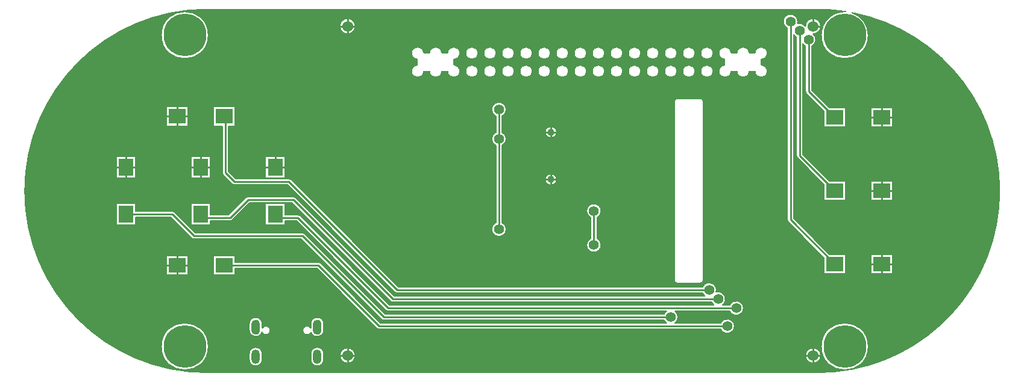
<source format=gbr>
G04 DesignSpark PCB Gerber Version 11.0 Build 5877*
G04 #@! TF.Part,Single*
G04 #@! TF.FileFunction,Copper,L1,Top*
G04 #@! TF.FilePolarity,Positive*
%FSLAX35Y35*%
%MOIN*%
G04 #@! TA.AperFunction,ComponentPad*
%ADD101O,0.04724X0.07874*%
%ADD100O,0.04724X0.08268*%
G04 #@! TA.AperFunction,SMDPad,CuDef*
%ADD99R,0.08268X0.09449*%
G04 #@! TD.AperFunction*
%ADD83C,0.00100*%
%ADD82C,0.00500*%
%ADD11C,0.01000*%
G04 #@! TA.AperFunction,WasherPad*
%ADD97C,0.03937*%
G04 #@! TA.AperFunction,ViaPad*
%ADD96C,0.05591*%
G04 #@! TA.AperFunction,ComponentPad*
%ADD17C,0.06000*%
G04 #@! TA.AperFunction,WasherPad*
%ADD15C,0.23622*%
G04 #@! TA.AperFunction,SMDPad,CuDef*
%ADD98R,0.09449X0.08268*%
G04 #@! TD.AperFunction*
X0Y0D02*
D02*
D11*
X60366Y121992D02*
X58366D01*
X64000Y96008D02*
X89492D01*
X101500Y84000D01*
X161500D01*
X206500Y39000D01*
X365250D01*
X64000Y117768D02*
Y115768D01*
Y126217D02*
Y128217D01*
X67634Y121992D02*
X69634D01*
X88033Y67750D02*
X86033D01*
X88033Y150250D02*
X86033D01*
X92258Y64116D02*
Y62116D01*
Y71384D02*
Y73384D01*
Y146616D02*
Y144616D01*
Y153884D02*
Y155884D01*
X96482Y67750D02*
X98482D01*
X96482Y150250D02*
X98482D01*
X101616Y121992D02*
X99616D01*
X105250Y117768D02*
Y115768D01*
Y126217D02*
Y128217D01*
X108884Y121992D02*
X110884D01*
X142866D02*
X140866D01*
X146500Y126217D02*
Y128217D01*
X150134Y121992D02*
X152134D01*
X184000Y17715D02*
X182000D01*
X184000Y200215D02*
X182000D01*
X186500Y15215D02*
Y13215D01*
Y20215D02*
Y22215D01*
Y197715D02*
Y195715D01*
Y202715D02*
Y204715D01*
X189000Y17715D02*
X191000D01*
X189000Y200215D02*
X191000D01*
X270250Y137750D02*
Y87750D01*
Y137750D02*
Y154000D01*
X297531Y115250D02*
X295531D01*
X297531Y141500D02*
X295531D01*
X299000Y113781D02*
Y111781D01*
Y116719D02*
Y118719D01*
Y140031D02*
Y138031D01*
Y142969D02*
Y144969D01*
X300469Y115250D02*
X302469D01*
X300469Y141500D02*
X302469D01*
X322750Y97750D02*
Y79000D01*
X386500Y54000D02*
X214000D01*
X154000Y114000D01*
X124000D01*
X119000Y119000D01*
Y149492D01*
X118242Y150250D01*
X391500Y49000D02*
X211500D01*
X156500Y104000D01*
X131500D01*
X121500Y94000D01*
X107258D01*
X105250Y96008D01*
X396500Y34000D02*
X204000D01*
X170250Y67750D01*
X118242D01*
X401500Y44000D02*
X209000D01*
X159000Y94000D01*
X146500D01*
Y96008D01*
X431500Y202750D02*
Y92891D01*
X456008Y68383D01*
X436500Y197750D02*
Y128490D01*
X456008Y108982D01*
X441500Y17715D02*
X439500D01*
X441500Y192750D02*
Y164115D01*
X456008Y149607D01*
X444000Y15215D02*
Y13215D01*
Y20215D02*
Y22215D01*
Y202715D02*
Y204715D01*
X446500Y17715D02*
X448500D01*
X446500Y200215D02*
X448500D01*
X477768Y68383D02*
X475768D01*
X477768Y108982D02*
X475768D01*
X477768Y149607D02*
X475768D01*
X481992Y64749D02*
Y62748D01*
Y72017D02*
Y74016D01*
Y105348D02*
Y103348D01*
Y112616D02*
Y114616D01*
Y145973D02*
Y143972D01*
Y153241D02*
Y155240D01*
X486217Y68383D02*
X488217D01*
X486217Y108982D02*
X488217D01*
X486217Y149607D02*
X488217D01*
D02*
D15*
X96500Y22750D03*
Y195250D03*
X461500Y22750D03*
Y195250D03*
D02*
D17*
X186500Y17715D03*
Y200215D03*
X444000Y17715D03*
Y200215D03*
D02*
D82*
X108626Y209512D02*
G75*
G03*
Y8350I0J-100581D01*
G01*
X446500D01*
G75*
G03*
X465356Y207729I0J100581D01*
G01*
G75*
G02*
X474561Y195250I-3856J-12479D01*
G01*
G75*
G02*
X448439I-13061J0D01*
G01*
G75*
G02*
X462081Y208298I13061J0D01*
G01*
G75*
G03*
X446500Y209512I-15581J-99371D01*
G01*
X108626D01*
X476018Y73768D02*
X487967D01*
Y63000D01*
X476018D01*
Y73768D01*
Y114366D02*
X487967D01*
Y103598D01*
X476018D01*
Y114366D01*
Y154992D02*
X487967D01*
Y144224D01*
X476018D01*
Y154992D01*
X397853Y45750D02*
G75*
G02*
X405545Y44000I3647J-1750D01*
G01*
G75*
G02*
X397853Y42250I-4045J0D01*
G01*
X367659D01*
G75*
G02*
Y35750I-2409J-3250D01*
G01*
X392853D01*
G75*
G02*
X400545Y34000I3647J-1750D01*
G01*
G75*
G02*
X392853Y32250I-4045J0D01*
G01*
X204001D01*
G75*
G02*
X202763Y32763I-1J1750D01*
G01*
X169525Y66000D01*
X124217D01*
Y62366D01*
X112268D01*
Y73134D01*
X124217D01*
Y69500D01*
X170249D01*
G75*
G02*
X171487Y68987I1J-1750D01*
G01*
X204725Y35750D01*
X362841D01*
G75*
G02*
X361603Y37250I2409J3250D01*
G01*
X206501D01*
G75*
G02*
X205263Y37763I-1J1750D01*
G01*
X160775Y82250D01*
X101501D01*
G75*
G02*
X100263Y82763I-1J1750D01*
G01*
X88767Y94258D01*
X69384D01*
Y90033D01*
X58616D01*
Y101982D01*
X69384D01*
Y97758D01*
X89491D01*
G75*
G02*
X90730Y97245I1J-1750D01*
G01*
X102225Y85750D01*
X161499D01*
G75*
G02*
X162737Y85237I1J-1750D01*
G01*
X207225Y40750D01*
X361603D01*
G75*
G02*
X362841Y42250I3647J-1750D01*
G01*
X209001D01*
G75*
G02*
X207763Y42763I-1J1750D01*
G01*
X158275Y92250D01*
X151884D01*
Y90033D01*
X141116D01*
Y101982D01*
X151884D01*
Y95750D01*
X158999D01*
G75*
G02*
X160237Y95237I1J-1750D01*
G01*
X209725Y45750D01*
X389091D01*
G75*
G02*
X387853Y47250I2409J3250D01*
G01*
X211501D01*
G75*
G02*
X210263Y47763I-1J1750D01*
G01*
X155775Y102250D01*
X132225D01*
X122737Y92763D01*
G75*
G02*
X121499Y92250I-1237J1237D01*
G01*
X110634D01*
Y90033D01*
X99866D01*
Y101982D01*
X110634D01*
Y95750D01*
X120775D01*
X130263Y105237D01*
G75*
G02*
X131501Y105750I1237J-1237D01*
G01*
X156499D01*
G75*
G02*
X157737Y105237I1J-1750D01*
G01*
X212225Y50750D01*
X384091D01*
G75*
G02*
X382853Y52250I2409J3250D01*
G01*
X214001D01*
G75*
G02*
X212763Y52763I-1J1750D01*
G01*
X153275Y112250D01*
X124001D01*
G75*
G02*
X122763Y112763I-1J1750D01*
G01*
X117763Y117763D01*
G75*
G02*
X117250Y119000I1237J1237D01*
G01*
Y144866D01*
X112268D01*
Y155634D01*
X124217D01*
Y144866D01*
X120750D01*
Y119725D01*
X124725Y115750D01*
X153999D01*
G75*
G02*
X155237Y115237I1J-1750D01*
G01*
X214725Y55750D01*
X382853D01*
G75*
G02*
X390390Y52890I3647J-1750D01*
G01*
G75*
G02*
X393909Y45750I1110J-3890D01*
G01*
X397853D01*
X182250Y17715D02*
G75*
G02*
X190750I4250J0D01*
G01*
G75*
G02*
X182250I-4250J0D01*
G01*
X132110Y18681D02*
G75*
G02*
X139335I3612J0D01*
G01*
Y15531D01*
G75*
G02*
X132110I-3612J0D01*
G01*
Y18681D01*
X139335Y32919D02*
G75*
G02*
X143803Y31593I2037J-1326D01*
G01*
G75*
G02*
X139149Y30609I-2431J0D01*
G01*
G75*
G02*
X132110Y31752I-3426J1143D01*
G01*
Y35295D01*
G75*
G02*
X139335I3612J0D01*
G01*
Y32919D01*
X166165Y35295D02*
G75*
G02*
X173390I3612J0D01*
G01*
Y31752D01*
G75*
G02*
X166351Y30609I-3612J0D01*
G01*
G75*
G02*
X161697Y31593I-2223J984D01*
G01*
G75*
G02*
X166165Y32919I2431J0D01*
G01*
Y35295D01*
Y18681D02*
G75*
G02*
X173390I3612J0D01*
G01*
Y15531D01*
G75*
G02*
X166165I-3612J0D01*
G01*
Y18681D01*
X83439Y22750D02*
G75*
G02*
X109561I13061J0D01*
G01*
G75*
G02*
X83439I-13061J0D01*
G01*
X86283Y73134D02*
X98232D01*
Y62366D01*
X86283D01*
Y73134D01*
X141116Y127967D02*
X151884D01*
Y116018D01*
X141116D01*
Y127967D01*
X182250Y200215D02*
G75*
G02*
X190750I4250J0D01*
G01*
G75*
G02*
X182250I-4250J0D01*
G01*
X241838Y185394D02*
G75*
G02*
X248665Y185250I3412J-144D01*
G01*
G75*
G02*
X245394Y181838I-3415J0D01*
G01*
G75*
G02*
Y178662I-5145J-1588D01*
G01*
G75*
G02*
X248665Y175250I-144J-3412D01*
G01*
G75*
G02*
X241838Y175106I-3415J0D01*
G01*
G75*
G02*
X238662I-1588J5145D01*
G01*
G75*
G02*
X231838I-3412J144D01*
G01*
G75*
G02*
X228662I-1588J5145D01*
G01*
G75*
G02*
X221835Y175250I-3412J144D01*
G01*
G75*
G02*
X225106Y178662I3415J0D01*
G01*
G75*
G02*
Y181838I5144J1588D01*
G01*
G75*
G02*
X221835Y185250I144J3412D01*
G01*
G75*
G02*
X228662Y185394I3415J0D01*
G01*
G75*
G02*
X231838I1588J-5145D01*
G01*
G75*
G02*
X238662I3412J-144D01*
G01*
G75*
G02*
X241838I1588J-5145D01*
G01*
X251835Y175250D02*
G75*
G02*
X258665I3415J0D01*
G01*
G75*
G02*
X251835I-3415J0D01*
G01*
Y185250D02*
G75*
G02*
X258665I3415J0D01*
G01*
G75*
G02*
X251835I-3415J0D01*
G01*
X261835Y175250D02*
G75*
G02*
X268665I3415J0D01*
G01*
G75*
G02*
X261835I-3415J0D01*
G01*
X266205Y154000D02*
G75*
G02*
X274295I4045J0D01*
G01*
G75*
G02*
X272000Y150353I-4045J0D01*
G01*
Y141397D01*
G75*
G02*
Y134103I-1750J-3647D01*
G01*
Y91397D01*
G75*
G02*
X274295Y87750I-1750J-3647D01*
G01*
G75*
G02*
X266205I-4045J0D01*
G01*
G75*
G02*
X268500Y91397I4045J0D01*
G01*
Y134103D01*
G75*
G02*
Y141397I1750J3647D01*
G01*
Y150353D01*
G75*
G02*
X266205Y154000I1750J3647D01*
G01*
X261835Y185250D02*
G75*
G02*
X268665I3415J0D01*
G01*
G75*
G02*
X261835I-3415J0D01*
G01*
X271835Y175250D02*
G75*
G02*
X278665I3415J0D01*
G01*
G75*
G02*
X271835I-3415J0D01*
G01*
Y185250D02*
G75*
G02*
X278665I3415J0D01*
G01*
G75*
G02*
X271835I-3415J0D01*
G01*
X281835Y175250D02*
G75*
G02*
X288665I3415J0D01*
G01*
G75*
G02*
X281835I-3415J0D01*
G01*
Y185250D02*
G75*
G02*
X288665I3415J0D01*
G01*
G75*
G02*
X281835I-3415J0D01*
G01*
X291835Y175250D02*
G75*
G02*
X298665I3415J0D01*
G01*
G75*
G02*
X291835I-3415J0D01*
G01*
X295781Y115250D02*
G75*
G02*
X302219I3219J0D01*
G01*
G75*
G02*
X295781I-3219J0D01*
G01*
Y141500D02*
G75*
G02*
X302219I3219J0D01*
G01*
G75*
G02*
X295781I-3219J0D01*
G01*
X291835Y185250D02*
G75*
G02*
X298665I3415J0D01*
G01*
G75*
G02*
X291835I-3415J0D01*
G01*
X301835Y175250D02*
G75*
G02*
X308665I3415J0D01*
G01*
G75*
G02*
X301835I-3415J0D01*
G01*
Y185250D02*
G75*
G02*
X308665I3415J0D01*
G01*
G75*
G02*
X301835I-3415J0D01*
G01*
X311835Y175250D02*
G75*
G02*
X318665I3415J0D01*
G01*
G75*
G02*
X311835I-3415J0D01*
G01*
Y185250D02*
G75*
G02*
X318665I3415J0D01*
G01*
G75*
G02*
X311835I-3415J0D01*
G01*
X318705Y97750D02*
G75*
G02*
X326795I4045J0D01*
G01*
G75*
G02*
X324500Y94103I-4045J0D01*
G01*
Y82647D01*
G75*
G02*
X326795Y79000I-1750J-3647D01*
G01*
G75*
G02*
X318705I-4045J0D01*
G01*
G75*
G02*
X321000Y82647I4045J0D01*
G01*
Y94103D01*
G75*
G02*
X318705Y97750I1750J3647D01*
G01*
X321835Y175250D02*
G75*
G02*
X328665I3415J0D01*
G01*
G75*
G02*
X321835I-3415J0D01*
G01*
Y185250D02*
G75*
G02*
X328665I3415J0D01*
G01*
G75*
G02*
X321835I-3415J0D01*
G01*
X331835Y175250D02*
G75*
G02*
X338665I3415J0D01*
G01*
G75*
G02*
X331835I-3415J0D01*
G01*
Y185250D02*
G75*
G02*
X338665I3415J0D01*
G01*
G75*
G02*
X331835I-3415J0D01*
G01*
X341835Y175250D02*
G75*
G02*
X348665I3415J0D01*
G01*
G75*
G02*
X341835I-3415J0D01*
G01*
Y185250D02*
G75*
G02*
X348665I3415J0D01*
G01*
G75*
G02*
X341835I-3415J0D01*
G01*
X351835Y175250D02*
G75*
G02*
X358665I3415J0D01*
G01*
G75*
G02*
X351835I-3415J0D01*
G01*
Y185250D02*
G75*
G02*
X358665I3415J0D01*
G01*
G75*
G02*
X351835I-3415J0D01*
G01*
X361835Y175250D02*
G75*
G02*
X368665I3415J0D01*
G01*
G75*
G02*
X361835I-3415J0D01*
G01*
X381500Y160204D02*
G75*
G02*
X383350Y158354I0J-1850D01*
G01*
Y59634D01*
G75*
G02*
X381500Y57784I-1850J0D01*
G01*
X369004D01*
G75*
G02*
X367154Y59634I0J1850D01*
G01*
Y158354D01*
G75*
G02*
X369004Y160204I1850J0D01*
G01*
X381500D01*
X361835Y185250D02*
G75*
G02*
X368665I3415J0D01*
G01*
G75*
G02*
X361835I-3415J0D01*
G01*
X371835Y175250D02*
G75*
G02*
X378665I3415J0D01*
G01*
G75*
G02*
X371835I-3415J0D01*
G01*
Y185250D02*
G75*
G02*
X378665I3415J0D01*
G01*
G75*
G02*
X371835I-3415J0D01*
G01*
X381835Y175250D02*
G75*
G02*
X388665I3415J0D01*
G01*
G75*
G02*
X381835I-3415J0D01*
G01*
Y185250D02*
G75*
G02*
X388665I3415J0D01*
G01*
G75*
G02*
X381835I-3415J0D01*
G01*
X411838Y185394D02*
G75*
G02*
X418665Y185250I3412J-144D01*
G01*
G75*
G02*
X415394Y181838I-3415J0D01*
G01*
G75*
G02*
Y178662I-5145J-1588D01*
G01*
G75*
G02*
X418665Y175250I-144J-3412D01*
G01*
G75*
G02*
X411838Y175106I-3415J0D01*
G01*
G75*
G02*
X408662I-1588J5145D01*
G01*
G75*
G02*
X401838I-3412J144D01*
G01*
G75*
G02*
X398662I-1588J5145D01*
G01*
G75*
G02*
X391835Y175250I-3412J144D01*
G01*
G75*
G02*
X395106Y178662I3415J0D01*
G01*
G75*
G02*
Y181838I5144J1588D01*
G01*
G75*
G02*
X391835Y185250I144J3412D01*
G01*
G75*
G02*
X398662Y185394I3415J0D01*
G01*
G75*
G02*
X401838I1588J-5145D01*
G01*
G75*
G02*
X408662I3412J-144D01*
G01*
G75*
G02*
X411838I1588J-5145D01*
G01*
X453098Y154992D02*
X461982D01*
Y144224D01*
X450033D01*
Y153107D01*
X440263Y162878D01*
G75*
G02*
X439750Y164115I1237J1237D01*
G01*
Y189103D01*
G75*
G02*
X438250Y190341I1750J3647D01*
G01*
Y129215D01*
X453099Y114366D01*
X461982D01*
Y103598D01*
X450033D01*
Y112482D01*
X435263Y127253D01*
G75*
G02*
X434750Y128490I1237J1237D01*
G01*
Y194103D01*
G75*
G02*
X433250Y195341I1750J3647D01*
G01*
Y93615D01*
X453098Y73768D01*
X461982D01*
Y63000D01*
X450033D01*
Y71882D01*
X430263Y91653D01*
G75*
G02*
X429750Y92891I1237J1237D01*
G01*
Y199103D01*
G75*
G02*
X427455Y202750I1750J3647D01*
G01*
G75*
G02*
X435545I4045J0D01*
G01*
G75*
G02*
X435390Y201640I-4045J0D01*
G01*
G75*
G02*
X439750Y200158I1110J-3890D01*
G01*
G75*
G02*
X439750Y200215I4244J58D01*
G01*
G75*
G02*
X448250I4250J0D01*
G01*
G75*
G02*
X443956Y195965I-4250J0D01*
G01*
G75*
G02*
X443250Y189103I-2456J-3215D01*
G01*
Y164840D01*
X453098Y154992D01*
X439750Y17715D02*
G75*
G02*
X448250I4250J0D01*
G01*
G75*
G02*
X439750I-4250J0D01*
G01*
X448439Y22750D02*
G75*
G02*
X474561I13061J0D01*
G01*
G75*
G02*
X448439I-13061J0D01*
G01*
X58616Y127967D02*
X69384D01*
Y116018D01*
X58616D01*
Y127967D01*
X83439Y195250D02*
G75*
G02*
X109561I13061J0D01*
G01*
G75*
G02*
X83439I-13061J0D01*
G01*
X86283Y155634D02*
X98232D01*
Y144866D01*
X86283D01*
Y155634D01*
X99866Y127967D02*
X110634D01*
Y116018D01*
X99866D01*
Y127967D01*
X84449Y17715D02*
G36*
X84449Y17715D02*
X66246D01*
G75*
G03*
X101539Y8600I42381J91220D01*
G01*
X453587D01*
G75*
G03*
X488880Y17715I-7088J100334D01*
G01*
X473551D01*
G75*
G02*
X449449I-12051J5035D01*
G01*
X448250D01*
G75*
G02*
X439750I-4250J0D01*
G01*
X190750D01*
G75*
G02*
X182250I-4250J0D01*
G01*
X173390D01*
Y15531D01*
G75*
G02*
X166165I-3612J0D01*
G01*
Y17715D01*
X139335D01*
Y15531D01*
G75*
G02*
X132110I-3612J0D01*
G01*
Y17715D01*
X108551D01*
G75*
G02*
X84449I-12051J5035D01*
G01*
G37*
X42066Y33524D02*
G36*
X42066Y33524D02*
G75*
G03*
X66246Y17715I66563J75412D01*
G01*
X84449D01*
G75*
G02*
X83439Y22750I12052J5036D01*
G01*
G75*
G02*
X89116Y33524I13061J0D01*
G01*
X42066D01*
G37*
X109561Y22750D02*
G36*
X109561Y22750D02*
G75*
G02*
X108551Y17715I-13061J0D01*
G01*
X132110D01*
Y18681D01*
G75*
G02*
X139335I3612J0D01*
G01*
Y17715D01*
X166165D01*
Y18681D01*
G75*
G02*
X173390I3612J0D01*
G01*
Y17715D01*
X182250D01*
G75*
G02*
X190750I4250J0D01*
G01*
X439750D01*
G75*
G02*
X448250I4250J0D01*
G01*
X449449D01*
G75*
G02*
X448439Y22750I12052J5036D01*
G01*
G75*
G02*
X454116Y33524I13061J0D01*
G01*
X400517D01*
G75*
G02*
X392853Y32250I-4017J476D01*
G01*
X204001D01*
G75*
G02*
X202763Y32763I-1J1750D01*
G01*
X202002Y33524D01*
X173390D01*
Y31752D01*
G75*
G02*
X166351Y30609I-3612J0D01*
G01*
G75*
G02*
X161697Y31593I-2223J984D01*
G01*
G75*
G02*
X162650Y33524I2431J0D01*
G01*
X142850D01*
G75*
G02*
X143803Y31593I-1478J-1931D01*
G01*
G75*
G02*
X139149Y30609I-2431J0D01*
G01*
G75*
G02*
X132110Y31752I-3426J1143D01*
G01*
Y33524D01*
X103884D01*
G75*
G02*
X109561Y22750I-7384J-10774D01*
G01*
G37*
X139335Y33524D02*
G36*
X139335Y33524D02*
Y32919D01*
G75*
G02*
X139894Y33524I2037J-1326D01*
G01*
X139335D01*
G37*
X165606D02*
G36*
X165606Y33524D02*
G75*
G02*
X166165Y32919I-1478J-1930D01*
G01*
Y33524D01*
X165606D01*
G37*
X474561Y22750D02*
G36*
X474561Y22750D02*
G75*
G02*
X473551Y17715I-13061J0D01*
G01*
X488880D01*
G75*
G03*
X513060Y33524I-42383J91221D01*
G01*
X468884D01*
G75*
G02*
X474561Y22750I-7384J-10774D01*
G01*
G37*
X16580Y68384D02*
G36*
X16580Y68384D02*
G75*
G03*
X42066Y33524I92049J40550D01*
G01*
X89116D01*
G75*
G02*
X103884I7384J-10774D01*
G01*
X132110D01*
Y35295D01*
G75*
G02*
X139335I3612J0D01*
G01*
Y33524D01*
X139894D01*
G75*
G02*
X142850I1478J-1931D01*
G01*
X162650D01*
G75*
G02*
X165606I1478J-1931D01*
G01*
X166165D01*
Y35295D01*
G75*
G02*
X173390I3612J0D01*
G01*
Y33524D01*
X202002D01*
X169525Y66000D01*
X124217D01*
Y62366D01*
X112268D01*
Y68384D01*
X98232D01*
Y62366D01*
X86283D01*
Y68384D01*
X16580D01*
G37*
X174641D02*
G36*
X174641Y68384D02*
X172091D01*
X204725Y35750D01*
X362841D01*
G75*
G02*
X361603Y37250I2411J3252D01*
G01*
X206501D01*
G75*
G02*
X205263Y37763I-1J1750D01*
G01*
X174641Y68384D01*
G37*
X182141D02*
G36*
X182141Y68384D02*
X179591D01*
X207225Y40750D01*
X361603D01*
G75*
G02*
X362841Y42250I3650J-1752D01*
G01*
X209001D01*
G75*
G02*
X207763Y42763I-1J1750D01*
G01*
X182141Y68384D01*
G37*
X189641D02*
G36*
X189641Y68384D02*
X187091D01*
X209725Y45750D01*
X389091D01*
G75*
G02*
X387853Y47250I2411J3252D01*
G01*
X211501D01*
G75*
G02*
X210263Y47763I-1J1750D01*
G01*
X189641Y68384D01*
G37*
X197141D02*
G36*
X197141Y68384D02*
X194591D01*
X212225Y50750D01*
X384091D01*
G75*
G02*
X382853Y52250I2411J3252D01*
G01*
X214001D01*
G75*
G02*
X212763Y52763I-1J1750D01*
G01*
X197141Y68384D01*
G37*
X202091D02*
G36*
X202091Y68384D02*
X214725Y55750D01*
X382853D01*
G75*
G02*
X390545Y54000I3647J-1750D01*
G01*
G75*
G02*
X390390Y52890I-4046J0D01*
G01*
G75*
G02*
X395545Y49000I1110J-3890D01*
G01*
G75*
G02*
X393909Y45750I-4045J0D01*
G01*
X397853D01*
G75*
G02*
X405545Y44000I3647J-1750D01*
G01*
G75*
G02*
X397853Y42250I-4045J0D01*
G01*
X367659D01*
G75*
G02*
X369295Y39000I-2409J-3250D01*
G01*
G75*
G02*
X367659Y35750I-4045J0D01*
G01*
X392853D01*
G75*
G02*
X400545Y34000I3647J-1750D01*
G01*
G75*
G02*
X400517Y33524I-4046J2D01*
G01*
X454116D01*
G75*
G02*
X468884I7384J-10774D01*
G01*
X513060D01*
G75*
G03*
X538546Y68384I-66563J75410D01*
G01*
X487967D01*
Y63000D01*
X476018D01*
Y68384D01*
X461982D01*
Y63000D01*
X450033D01*
Y68384D01*
X383350D01*
Y59634D01*
Y59633D01*
G75*
G02*
X381500Y57784I-1850J0D01*
G01*
X369004D01*
G75*
G02*
X367154Y59633I0J1850D01*
G01*
Y59634D01*
Y68384D01*
X202091D01*
G37*
X10168Y88375D02*
G36*
X10168Y88375D02*
G75*
G03*
X16580Y68384I98459J20557D01*
G01*
X86283D01*
Y73134D01*
X98232D01*
Y68384D01*
X112268D01*
Y73134D01*
X124217D01*
Y69500D01*
X170249D01*
G75*
G02*
X171487Y68987I1J-1750D01*
G01*
X172091Y68384D01*
X174641D01*
X160775Y82250D01*
X101501D01*
G75*
G02*
X100263Y82763I-1J1750D01*
G01*
X94650Y88375D01*
X10168D01*
G37*
X99600D02*
G36*
X99600Y88375D02*
X102225Y85750D01*
X161499D01*
G75*
G02*
X162737Y85237I1J-1750D01*
G01*
X179591Y68384D01*
X182141D01*
X162150Y88375D01*
X99600D01*
G37*
X169650D02*
G36*
X169650Y88375D02*
X167100D01*
X187091Y68384D01*
X189641D01*
X169650Y88375D01*
G37*
X177150D02*
G36*
X177150Y88375D02*
X174600D01*
X194591Y68384D01*
X197141D01*
X177150Y88375D01*
G37*
X182100D02*
G36*
X182100Y88375D02*
X202091Y68384D01*
X367154D01*
Y88375D01*
X324500D01*
Y82647D01*
G75*
G02*
X326795Y79000I-1750J-3647D01*
G01*
G75*
G02*
X318705I-4045J0D01*
G01*
G75*
G02*
X321000Y82647I4046J0D01*
G01*
Y88375D01*
X274247D01*
G75*
G02*
X274295Y87750I-3997J-624D01*
G01*
G75*
G02*
X266205I-4045J0D01*
G01*
G75*
G02*
X266253Y88375I4046J1D01*
G01*
X182100D01*
G37*
X383350D02*
G36*
X383350Y88375D02*
Y68384D01*
X450033D01*
Y71882D01*
X433541Y88375D01*
X383350D01*
G37*
X438491D02*
G36*
X438491Y88375D02*
X453098Y73768D01*
X461982D01*
Y68384D01*
X476018D01*
Y73768D01*
X487967D01*
Y68384D01*
X538546D01*
G75*
G03*
X544958Y88375I-92046J40548D01*
G01*
X438491D01*
G37*
X8295Y108982D02*
G36*
X8295Y108982D02*
Y101844D01*
G75*
G03*
X10168Y88375I100337J7087D01*
G01*
X94650D01*
X88767Y94258D01*
X69384D01*
Y90033D01*
X58616D01*
Y101982D01*
X69384D01*
Y97758D01*
X89491D01*
G75*
G02*
X90730Y97245I1J-1750D01*
G01*
X99600Y88375D01*
X162150D01*
X158275Y92250D01*
X151884D01*
Y90033D01*
X141116D01*
Y101982D01*
X151884D01*
Y95750D01*
X158999D01*
G75*
G02*
X160237Y95237I1J-1750D01*
G01*
X167100Y88375D01*
X169650D01*
X155775Y102250D01*
X132225D01*
X122737Y92763D01*
G75*
G02*
X121499Y92250I-1237J1237D01*
G01*
X110634D01*
Y90033D01*
X99866D01*
Y101982D01*
X110634D01*
Y95750D01*
X120775D01*
X130263Y105237D01*
G75*
G02*
X131501Y105750I1237J-1237D01*
G01*
X156499D01*
G75*
G02*
X157737Y105237I1J-1750D01*
G01*
X174600Y88375D01*
X177150D01*
X156543Y108982D01*
X8295D01*
G37*
X161493D02*
G36*
X161493Y108982D02*
X182100Y88375D01*
X266253D01*
G75*
G02*
X268500Y91397I3997J-625D01*
G01*
Y108982D01*
X161493D01*
G37*
X272000D02*
G36*
X272000Y108982D02*
Y91397D01*
G75*
G02*
X274247Y88375I-1750J-3648D01*
G01*
X321000D01*
Y94103D01*
G75*
G02*
X318705Y97750I1750J3647D01*
G01*
G75*
G02*
X326795I4045J0D01*
G01*
G75*
G02*
X324500Y94103I-4046J0D01*
G01*
Y88375D01*
X367154D01*
Y108982D01*
X272000D01*
G37*
X383350D02*
G36*
X383350Y108982D02*
Y88375D01*
X433541D01*
X430263Y91653D01*
G75*
G02*
X429750Y92890I1235J1237D01*
G01*
G75*
G02*
Y92891I2051J0D01*
G01*
Y108982D01*
X383350D01*
G37*
X433250D02*
G36*
X433250Y108982D02*
Y93615D01*
X438491Y88375D01*
X544958D01*
G75*
G03*
X546831Y101844I-98465J20556D01*
G01*
Y108982D01*
X487967D01*
Y103598D01*
X476018D01*
Y108982D01*
X461982D01*
Y103598D01*
X450033D01*
Y108982D01*
X433250D01*
G37*
X8295Y115250D02*
G36*
X8295Y115250D02*
Y108982D01*
X156543D01*
X153275Y112250D01*
X124001D01*
G75*
G02*
X122763Y112763I-1J1750D01*
G01*
X120275Y115250D01*
X8295D01*
G37*
X155225D02*
G36*
X155225Y115250D02*
G75*
G02*
X155237Y115237I-1226J-1238D01*
G01*
X161493Y108982D01*
X268500D01*
Y115250D01*
X155225D01*
G37*
X272000D02*
G36*
X272000Y115250D02*
Y108982D01*
X367154D01*
Y115250D01*
X302219D01*
G75*
G02*
X295781I-3219J0D01*
G01*
X272000D01*
G37*
X383350D02*
G36*
X383350Y115250D02*
Y108982D01*
X429750D01*
Y115250D01*
X383350D01*
G37*
X433250D02*
G36*
X433250Y115250D02*
Y108982D01*
X450033D01*
Y112482D01*
X447265Y115250D01*
X433250D01*
G37*
X452215D02*
G36*
X452215Y115250D02*
X453099Y114366D01*
X461982D01*
Y108982D01*
X476018D01*
Y114366D01*
X487967D01*
Y108982D01*
X546831D01*
Y115250D01*
X452215D01*
G37*
X8295Y116018D02*
G36*
X8295Y116018D02*
Y115250D01*
X120275D01*
X117763Y117763D01*
G75*
G02*
X117250Y118999I1235J1237D01*
G01*
G75*
G02*
Y119000I2051J0D01*
G01*
Y121992D01*
X110634D01*
Y116018D01*
X99866D01*
Y121992D01*
X69384D01*
Y116018D01*
X58616D01*
Y121992D01*
X8896D01*
G75*
G03*
X8295Y116018I99753J-13062D01*
G01*
G37*
X120750Y121992D02*
G36*
X120750Y121992D02*
Y119725D01*
X124725Y115750D01*
X153999D01*
G75*
G02*
X155225Y115250I1J-1750D01*
G01*
X268500D01*
Y121992D01*
X151884D01*
Y116018D01*
X141116D01*
Y121992D01*
X120750D01*
G37*
X272000D02*
G36*
X272000Y121992D02*
Y115250D01*
X295781D01*
G75*
G02*
X302219I3219J0D01*
G01*
X367154D01*
Y121992D01*
X272000D01*
G37*
X383350D02*
G36*
X383350Y121992D02*
Y115250D01*
X429750D01*
Y121992D01*
X383350D01*
G37*
X433250D02*
G36*
X433250Y121992D02*
Y115250D01*
X447265D01*
X440523Y121992D01*
X433250D01*
G37*
X445473D02*
G36*
X445473Y121992D02*
X452215Y115250D01*
X546831D01*
Y116019D01*
G75*
G03*
X546230Y121992I-100348J-7089D01*
G01*
X445473D01*
G37*
X13464Y141500D02*
G36*
X13464Y141500D02*
G75*
G03*
X8896Y121992I95163J-32569D01*
G01*
X58616D01*
Y127967D01*
X69384D01*
Y121992D01*
X99866D01*
Y127967D01*
X110634D01*
Y121992D01*
X117250D01*
Y141500D01*
X13464D01*
G37*
X120750D02*
G36*
X120750Y141500D02*
Y121992D01*
X141116D01*
Y127967D01*
X151884D01*
Y121992D01*
X268500D01*
Y134103D01*
G75*
G02*
X266205Y137750I1750J3647D01*
G01*
G75*
G02*
X268500Y141397I4045J0D01*
G01*
Y141500D01*
X120750D01*
G37*
X272000Y134103D02*
G36*
X272000Y134103D02*
Y121992D01*
X367154D01*
Y141500D01*
X302219D01*
G75*
G02*
X295781I-3219J0D01*
G01*
X272000D01*
Y141397D01*
G75*
G02*
X274295Y137750I-1750J-3647D01*
G01*
G75*
G02*
X272000Y134103I-4045J0D01*
G01*
G37*
X383350Y141500D02*
G36*
X383350Y141500D02*
Y121992D01*
X429750D01*
Y141500D01*
X383350D01*
G37*
X433250D02*
G36*
X433250Y141500D02*
Y121992D01*
X440523D01*
X435263Y127253D01*
G75*
G02*
X434750Y128489I1235J1237D01*
G01*
G75*
G02*
Y128490I2051J0D01*
G01*
Y141500D01*
X433250D01*
G37*
X438250D02*
G36*
X438250Y141500D02*
Y129215D01*
X445473Y121992D01*
X546230D01*
G75*
G03*
X541662Y141500I-99730J-13061D01*
G01*
X438250D01*
G37*
X16637Y149608D02*
G36*
X16637Y149608D02*
G75*
G03*
X13464Y141500I91999J-40684D01*
G01*
X117250D01*
Y144866D01*
X112268D01*
Y149608D01*
X98232D01*
Y144866D01*
X86283D01*
Y149608D01*
X16637D01*
G37*
X120750Y144866D02*
G36*
X120750Y144866D02*
Y141500D01*
X268500D01*
Y149608D01*
X124217D01*
Y144866D01*
X120750D01*
G37*
X272000Y149608D02*
G36*
X272000Y149608D02*
Y141500D01*
X295781D01*
G75*
G02*
X302219I3219J0D01*
G01*
X367154D01*
Y149608D01*
X272000D01*
G37*
X383350D02*
G36*
X383350Y149608D02*
Y141500D01*
X429750D01*
Y149608D01*
X383350D01*
G37*
X433250D02*
G36*
X433250Y149608D02*
Y141500D01*
X434750D01*
Y149608D01*
X433250D01*
G37*
X438250D02*
G36*
X438250Y149608D02*
Y141500D01*
X541662D01*
G75*
G03*
X538489Y149608I-95172J-32576D01*
G01*
X487967D01*
Y144224D01*
X476018D01*
Y149608D01*
X461982D01*
Y144224D01*
X450033D01*
Y149608D01*
X438250D01*
G37*
X33006Y175250D02*
G36*
X33006Y175250D02*
G75*
G03*
X16637Y149608I75620J-66319D01*
G01*
X86283D01*
Y155634D01*
X98232D01*
Y149608D01*
X112268D01*
Y155634D01*
X124217D01*
Y149608D01*
X268500D01*
Y150353D01*
G75*
G02*
X266205Y154000I1750J3647D01*
G01*
G75*
G02*
X274295I4045J0D01*
G01*
G75*
G02*
X272000Y150353I-4046J0D01*
G01*
Y149608D01*
X367154D01*
Y158354D01*
Y158355D01*
G75*
G02*
X369004Y160204I1850J0D01*
G01*
X381500D01*
G75*
G02*
X383350Y158355I0J-1850D01*
G01*
Y158354D01*
Y149608D01*
X429750D01*
Y175250D01*
X418665D01*
G75*
G02*
X411838Y175106I-3415J0D01*
G01*
G75*
G02*
X408662I-1588J5146D01*
G01*
G75*
G02*
X401838I-3412J144D01*
G01*
G75*
G02*
X398662I-1588J5146D01*
G01*
G75*
G02*
X391835Y175250I-3412J144D01*
G01*
X388665D01*
G75*
G02*
X381835I-3415J0D01*
G01*
X378665D01*
G75*
G02*
X371835I-3415J0D01*
G01*
X368665D01*
G75*
G02*
X361835I-3415J0D01*
G01*
X358665D01*
G75*
G02*
X351835I-3415J0D01*
G01*
X348665D01*
G75*
G02*
X341835I-3415J0D01*
G01*
X338665D01*
G75*
G02*
X331835I-3415J0D01*
G01*
X328665D01*
G75*
G02*
X321835I-3415J0D01*
G01*
X318665D01*
G75*
G02*
X311835I-3415J0D01*
G01*
X308665D01*
G75*
G02*
X301835I-3415J0D01*
G01*
X298665D01*
G75*
G02*
X291835I-3415J0D01*
G01*
X288665D01*
G75*
G02*
X281835I-3415J0D01*
G01*
X278665D01*
G75*
G02*
X271835I-3415J0D01*
G01*
X268665D01*
G75*
G02*
X261835I-3415J0D01*
G01*
X258665D01*
G75*
G02*
X251835I-3415J0D01*
G01*
X248665D01*
G75*
G02*
X241838Y175106I-3415J0D01*
G01*
G75*
G02*
X238662I-1588J5146D01*
G01*
G75*
G02*
X231838I-3412J144D01*
G01*
G75*
G02*
X228662I-1588J5146D01*
G01*
G75*
G02*
X221835Y175250I-3412J144D01*
G01*
X33006D01*
G37*
X433250D02*
G36*
X433250Y175250D02*
Y149608D01*
X434750D01*
Y175250D01*
X433250D01*
G37*
X438250D02*
G36*
X438250Y175250D02*
Y149608D01*
X450033D01*
Y153107D01*
X440263Y162878D01*
G75*
G02*
X439750Y164114I1235J1237D01*
G01*
G75*
G02*
Y164115I2051J0D01*
G01*
Y175250D01*
X438250D01*
G37*
X443250D02*
G36*
X443250Y175250D02*
Y164840D01*
X453098Y154992D01*
X461982D01*
Y149608D01*
X476018D01*
Y154992D01*
X487967D01*
Y149608D01*
X538489D01*
G75*
G03*
X522120Y175250I-91993J-40679D01*
G01*
X443250D01*
G37*
X37702Y180250D02*
G36*
X37702Y180250D02*
G75*
G03*
X33006Y175250I70929J-71323D01*
G01*
X221835D01*
Y175250D01*
G75*
G02*
X225106Y178662I3415J0D01*
G01*
G75*
G02*
X224866Y180250I5146J1588D01*
G01*
X37702D01*
G37*
X245634D02*
G36*
X245634Y180250D02*
G75*
G02*
X245394Y178662I-5386J0D01*
G01*
G75*
G02*
X248665Y175250I-144J-3412D01*
G01*
Y175250D01*
X251835D01*
G75*
G02*
X258665I3415J0D01*
G01*
X261835D01*
G75*
G02*
X268665I3415J0D01*
G01*
X271835D01*
G75*
G02*
X278665I3415J0D01*
G01*
X281835D01*
G75*
G02*
X288665I3415J0D01*
G01*
X291835D01*
G75*
G02*
X298665I3415J0D01*
G01*
X301835D01*
G75*
G02*
X308665I3415J0D01*
G01*
X311835D01*
G75*
G02*
X318665I3415J0D01*
G01*
X321835D01*
G75*
G02*
X328665I3415J0D01*
G01*
X331835D01*
G75*
G02*
X338665I3415J0D01*
G01*
X341835D01*
G75*
G02*
X348665I3415J0D01*
G01*
X351835D01*
G75*
G02*
X358665I3415J0D01*
G01*
X361835D01*
G75*
G02*
X368665I3415J0D01*
G01*
X371835D01*
G75*
G02*
X378665I3415J0D01*
G01*
X381835D01*
G75*
G02*
X388665I3415J0D01*
G01*
X391835D01*
Y175250D01*
G75*
G02*
X395106Y178662I3415J0D01*
G01*
G75*
G02*
X394866Y180250I5146J1588D01*
G01*
X245634D01*
G37*
X415634D02*
G36*
X415634Y180250D02*
G75*
G02*
X415394Y178662I-5386J0D01*
G01*
G75*
G02*
X418665Y175250I-144J-3412D01*
G01*
Y175250D01*
X429750D01*
Y180250D01*
X415634D01*
G37*
X433250D02*
G36*
X433250Y180250D02*
Y175250D01*
X434750D01*
Y180250D01*
X433250D01*
G37*
X438250D02*
G36*
X438250Y180250D02*
Y175250D01*
X439750D01*
Y180250D01*
X438250D01*
G37*
X443250D02*
G36*
X443250Y180250D02*
Y175250D01*
X522120D01*
G75*
G03*
X517424Y180250I-75626J-66329D01*
G01*
X443250D01*
G37*
X43113Y185250D02*
G36*
X43113Y185250D02*
G75*
G03*
X37702Y180250I65522J-76325D01*
G01*
X224866D01*
G75*
G02*
X225106Y181838I5386J0D01*
G01*
G75*
G02*
X221835Y185250I144J3412D01*
G01*
Y185250D01*
X104902D01*
G75*
G02*
X88098I-8402J10000D01*
G01*
X43113D01*
G37*
X245394Y181838D02*
G36*
X245394Y181838D02*
G75*
G02*
X245634Y180250I-5146J-1588D01*
G01*
X394866D01*
G75*
G02*
X395106Y181838I5386J0D01*
G01*
G75*
G02*
X391835Y185250I144J3412D01*
G01*
Y185250D01*
X388665D01*
G75*
G02*
X381835I-3415J0D01*
G01*
X378665D01*
G75*
G02*
X371835I-3415J0D01*
G01*
X368665D01*
G75*
G02*
X361835I-3415J0D01*
G01*
X358665D01*
G75*
G02*
X351835I-3415J0D01*
G01*
X348665D01*
G75*
G02*
X341835I-3415J0D01*
G01*
X338665D01*
G75*
G02*
X331835I-3415J0D01*
G01*
X328665D01*
G75*
G02*
X321835I-3415J0D01*
G01*
X318665D01*
G75*
G02*
X311835I-3415J0D01*
G01*
X308665D01*
G75*
G02*
X301835I-3415J0D01*
G01*
X298665D01*
G75*
G02*
X291835I-3415J0D01*
G01*
X288665D01*
G75*
G02*
X281835I-3415J0D01*
G01*
X278665D01*
G75*
G02*
X271835I-3415J0D01*
G01*
X268665D01*
G75*
G02*
X261835I-3415J0D01*
G01*
X258665D01*
G75*
G02*
X251835I-3415J0D01*
G01*
X248665D01*
Y185250D01*
G75*
G02*
X245394Y181838I-3415J0D01*
G01*
G37*
X415394D02*
G36*
X415394Y181838D02*
G75*
G02*
X415634Y180250I-5146J-1588D01*
G01*
X429750D01*
Y185250D01*
X418665D01*
Y185250D01*
G75*
G02*
X415394Y181838I-3415J0D01*
G01*
G37*
X433250Y185250D02*
G36*
X433250Y185250D02*
Y180250D01*
X434750D01*
Y185250D01*
X433250D01*
G37*
X438250D02*
G36*
X438250Y185250D02*
Y180250D01*
X439750D01*
Y185250D01*
X438250D01*
G37*
X443250D02*
G36*
X443250Y185250D02*
Y180250D01*
X517424D01*
G75*
G03*
X512013Y185250I-70933J-71325D01*
G01*
X469902D01*
G75*
G02*
X453098I-8402J10000D01*
G01*
X443250D01*
G37*
X66390Y200215D02*
G36*
X66390Y200215D02*
G75*
G03*
X43113Y185250I42239J-91287D01*
G01*
X88098D01*
G75*
G02*
X83439Y195250I8402J10000D01*
G01*
G75*
G02*
X84419Y200215I13061J0D01*
G01*
X66390D01*
G37*
X109561Y195250D02*
G36*
X109561Y195250D02*
G75*
G02*
X104902Y185250I-13061J0D01*
G01*
X221835D01*
G75*
G02*
X228662Y185394I3415J0D01*
G01*
G75*
G02*
X231838I1588J-5146D01*
G01*
G75*
G02*
X238662I3412J-144D01*
G01*
G75*
G02*
X241838I1588J-5146D01*
G01*
G75*
G02*
X248665Y185250I3412J-144D01*
G01*
X251835D01*
G75*
G02*
X258665I3415J0D01*
G01*
X261835D01*
G75*
G02*
X268665I3415J0D01*
G01*
X271835D01*
G75*
G02*
X278665I3415J0D01*
G01*
X281835D01*
G75*
G02*
X288665I3415J0D01*
G01*
X291835D01*
G75*
G02*
X298665I3415J0D01*
G01*
X301835D01*
G75*
G02*
X308665I3415J0D01*
G01*
X311835D01*
G75*
G02*
X318665I3415J0D01*
G01*
X321835D01*
G75*
G02*
X328665I3415J0D01*
G01*
X331835D01*
G75*
G02*
X338665I3415J0D01*
G01*
X341835D01*
G75*
G02*
X348665I3415J0D01*
G01*
X351835D01*
G75*
G02*
X358665I3415J0D01*
G01*
X361835D01*
G75*
G02*
X368665I3415J0D01*
G01*
X371835D01*
G75*
G02*
X378665I3415J0D01*
G01*
X381835D01*
G75*
G02*
X388665I3415J0D01*
G01*
X391835D01*
G75*
G02*
X398662Y185394I3415J0D01*
G01*
G75*
G02*
X401838I1588J-5146D01*
G01*
G75*
G02*
X408662I3412J-144D01*
G01*
G75*
G02*
X411838I1588J-5146D01*
G01*
G75*
G02*
X418665Y185250I3412J-144D01*
G01*
X429750D01*
Y199103D01*
G75*
G02*
X428348Y200215I1750J3647D01*
G01*
X190750D01*
G75*
G02*
X182250I-4250J0D01*
G01*
X108581D01*
G75*
G02*
X109561Y195250I-12081J-4965D01*
G01*
G37*
X433250Y195341D02*
G36*
X433250Y195341D02*
Y185250D01*
X434750D01*
Y194103D01*
G75*
G02*
X433250Y195341I1752J3650D01*
G01*
G37*
X438250Y190341D02*
G36*
X438250Y190341D02*
Y185250D01*
X439750D01*
Y189103D01*
G75*
G02*
X438250Y190341I1752J3650D01*
G01*
G37*
X439750Y200200D02*
G36*
X439750Y200200D02*
G75*
G02*
Y200215I2000J7D01*
G01*
X439708D01*
G75*
G02*
X439750Y200158I-3211J-2469D01*
G01*
G75*
G02*
X439750Y200200I2000J40D01*
G01*
G37*
X443250Y189103D02*
G36*
X443250Y189103D02*
Y185250D01*
X453098D01*
G75*
G02*
X448439Y195250I8402J10000D01*
G01*
G75*
G02*
X449419Y200215I13061J0D01*
G01*
X448250D01*
G75*
G02*
X443956Y195965I-4250J0D01*
G01*
G75*
G02*
X445545Y192750I-2456J-3215D01*
G01*
G75*
G02*
X443250Y189103I-4046J0D01*
G01*
G37*
X474561Y195250D02*
G36*
X474561Y195250D02*
G75*
G02*
X469902Y185250I-13061J0D01*
G01*
X512013D01*
G75*
G03*
X488736Y200215I-65516J-76322D01*
G01*
X473581D01*
G75*
G02*
X474561Y195250I-12081J-4965D01*
G01*
G37*
X66390Y200215D02*
G36*
X66390Y200215D02*
X84419D01*
G75*
G02*
X108581I12081J-4965D01*
G01*
X182250D01*
G75*
G02*
X190750I4250J0D01*
G01*
X428348D01*
G75*
G02*
X427455Y202750I3152J2536D01*
G01*
G75*
G02*
X435545I4045J0D01*
G01*
G75*
G02*
X435390Y201640I-4050J0D01*
G01*
G75*
G02*
X439708Y200215I1110J-3890D01*
G01*
X439750D01*
G75*
G02*
X448250I4250J0D01*
G01*
X449419D01*
G75*
G02*
X462081Y208298I12081J-4965D01*
G01*
G75*
G03*
X453589Y209262I-15578J-99322D01*
G01*
X101539D01*
G75*
G03*
X66390Y200215I7087J-100332D01*
G01*
G37*
X465356Y207729D02*
G36*
X465356Y207729D02*
G75*
G02*
X473581Y200215I-3856J-12479D01*
G01*
X488736D01*
G75*
G03*
X465356Y207729I-42238J-91289D01*
G01*
G37*
D02*
D83*
X137494Y15530D02*
Y18680D01*
X137490Y18774D01*
X137486Y18865D01*
X137470Y18955D01*
X137455Y19050D01*
X137435Y19136D01*
X137407Y19227D01*
X137376Y19313D01*
X137341Y19400D01*
X137301Y19483D01*
X137258Y19565D01*
X137156Y19723D01*
X137100Y19794D01*
X137037Y19865D01*
X136974Y19931D01*
X136907Y19994D01*
X136837Y20057D01*
X136766Y20113D01*
X136608Y20215D01*
X136526Y20258D01*
X136443Y20298D01*
X136356Y20333D01*
X136270Y20365D01*
X136179Y20392D01*
X136093Y20412D01*
X135998Y20428D01*
X135907Y20443D01*
X135817Y20447D01*
X135722Y20451D01*
X135628Y20447D01*
X135537Y20443D01*
X135447Y20428D01*
X135352Y20412D01*
X135266Y20392D01*
X135175Y20365D01*
X135089Y20333D01*
X135002Y20298D01*
X134919Y20258D01*
X134837Y20215D01*
X134679Y20113D01*
X134608Y20057D01*
X134537Y19994D01*
X134470Y19931D01*
X134407Y19865D01*
X134344Y19794D01*
X134289Y19723D01*
X134187Y19565D01*
X134144Y19483D01*
X134104Y19400D01*
X134069Y19313D01*
X134037Y19227D01*
X134010Y19136D01*
X133990Y19050D01*
X133974Y18955D01*
X133959Y18865D01*
X133955Y18774D01*
X133951Y18680D01*
Y15530D01*
X133955Y15435D01*
X133959Y15345D01*
X133974Y15254D01*
X133990Y15160D01*
X134010Y15073D01*
X134037Y14983D01*
X134069Y14896D01*
X134104Y14809D01*
X134144Y14727D01*
X134187Y14644D01*
X134289Y14487D01*
X134344Y14416D01*
X134407Y14345D01*
X134470Y14278D01*
X134537Y14215D01*
X134608Y14152D01*
X134679Y14097D01*
X134837Y13994D01*
X134919Y13951D01*
X135002Y13912D01*
X135089Y13876D01*
X135175Y13845D01*
X135266Y13817D01*
X135352Y13798D01*
X135447Y13782D01*
X135537Y13766D01*
X135628Y13762D01*
X135722Y13758D01*
X135817Y13762D01*
X135907Y13766D01*
X135998Y13782D01*
X136093Y13798D01*
X136179Y13817D01*
X136270Y13845D01*
X136356Y13876D01*
X136443Y13912D01*
X136526Y13951D01*
X136608Y13994D01*
X136766Y14097D01*
X136837Y14152D01*
X136907Y14215D01*
X136974Y14278D01*
X137037Y14345D01*
X137100Y14416D01*
X137156Y14487D01*
X137258Y14644D01*
X137301Y14727D01*
X137341Y14809D01*
X137376Y14896D01*
X137407Y14983D01*
X137435Y15073D01*
X137455Y15160D01*
X137470Y15254D01*
X137486Y15345D01*
X137490Y15435D01*
X137494Y15530D01*
G36*
X137494Y15530D02*
Y18680D01*
X137490Y18774D01*
X137486Y18865D01*
X137470Y18955D01*
X137455Y19050D01*
X137435Y19136D01*
X137407Y19227D01*
X137376Y19313D01*
X137341Y19400D01*
X137301Y19483D01*
X137258Y19565D01*
X137156Y19723D01*
X137100Y19794D01*
X137037Y19865D01*
X136974Y19931D01*
X136907Y19994D01*
X136837Y20057D01*
X136766Y20113D01*
X136608Y20215D01*
X136526Y20258D01*
X136443Y20298D01*
X136356Y20333D01*
X136270Y20365D01*
X136179Y20392D01*
X136093Y20412D01*
X135998Y20428D01*
X135907Y20443D01*
X135817Y20447D01*
X135722Y20451D01*
X135628Y20447D01*
X135537Y20443D01*
X135447Y20428D01*
X135352Y20412D01*
X135266Y20392D01*
X135175Y20365D01*
X135089Y20333D01*
X135002Y20298D01*
X134919Y20258D01*
X134837Y20215D01*
X134679Y20113D01*
X134608Y20057D01*
X134537Y19994D01*
X134470Y19931D01*
X134407Y19865D01*
X134344Y19794D01*
X134289Y19723D01*
X134187Y19565D01*
X134144Y19483D01*
X134104Y19400D01*
X134069Y19313D01*
X134037Y19227D01*
X134010Y19136D01*
X133990Y19050D01*
X133974Y18955D01*
X133959Y18865D01*
X133955Y18774D01*
X133951Y18680D01*
Y15530D01*
X133955Y15435D01*
X133959Y15345D01*
X133974Y15254D01*
X133990Y15160D01*
X134010Y15073D01*
X134037Y14983D01*
X134069Y14896D01*
X134104Y14809D01*
X134144Y14727D01*
X134187Y14644D01*
X134289Y14487D01*
X134344Y14416D01*
X134407Y14345D01*
X134470Y14278D01*
X134537Y14215D01*
X134608Y14152D01*
X134679Y14097D01*
X134837Y13994D01*
X134919Y13951D01*
X135002Y13912D01*
X135089Y13876D01*
X135175Y13845D01*
X135266Y13817D01*
X135352Y13798D01*
X135447Y13782D01*
X135537Y13766D01*
X135628Y13762D01*
X135722Y13758D01*
X135817Y13762D01*
X135907Y13766D01*
X135998Y13782D01*
X136093Y13798D01*
X136179Y13817D01*
X136270Y13845D01*
X136356Y13876D01*
X136443Y13912D01*
X136526Y13951D01*
X136608Y13994D01*
X136766Y14097D01*
X136837Y14152D01*
X136907Y14215D01*
X136974Y14278D01*
X137037Y14345D01*
X137100Y14416D01*
X137156Y14487D01*
X137258Y14644D01*
X137301Y14727D01*
X137341Y14809D01*
X137376Y14896D01*
X137407Y14983D01*
X137435Y15073D01*
X137455Y15160D01*
X137470Y15254D01*
X137486Y15345D01*
X137490Y15435D01*
X137494Y15530D01*
G37*
Y31357D02*
Y35687D01*
X137490Y35782D01*
X137486Y35872D01*
X137470Y35963D01*
X137455Y36057D01*
X137435Y36144D01*
X137407Y36235D01*
X137376Y36321D01*
X137341Y36408D01*
X137301Y36491D01*
X137258Y36573D01*
X137156Y36731D01*
X137100Y36802D01*
X137037Y36872D01*
X136974Y36939D01*
X136907Y37002D01*
X136837Y37065D01*
X136766Y37120D01*
X136608Y37223D01*
X136526Y37266D01*
X136443Y37306D01*
X136356Y37341D01*
X136270Y37372D01*
X136179Y37400D01*
X136093Y37420D01*
X135998Y37435D01*
X135907Y37451D01*
X135817Y37455D01*
X135722Y37459D01*
X135628Y37455D01*
X135537Y37451D01*
X135447Y37435D01*
X135352Y37420D01*
X135266Y37400D01*
X135175Y37372D01*
X135089Y37341D01*
X135002Y37306D01*
X134919Y37266D01*
X134837Y37223D01*
X134679Y37120D01*
X134608Y37065D01*
X134537Y37002D01*
X134470Y36939D01*
X134407Y36872D01*
X134344Y36802D01*
X134289Y36731D01*
X134187Y36573D01*
X134144Y36491D01*
X134104Y36408D01*
X134069Y36321D01*
X134037Y36235D01*
X134010Y36144D01*
X133990Y36057D01*
X133974Y35963D01*
X133959Y35872D01*
X133955Y35782D01*
X133951Y35687D01*
Y31357D01*
X133955Y31262D01*
X133959Y31172D01*
X133974Y31081D01*
X133990Y30987D01*
X134010Y30900D01*
X134037Y30809D01*
X134069Y30723D01*
X134104Y30636D01*
X134144Y30554D01*
X134187Y30471D01*
X134289Y30313D01*
X134344Y30243D01*
X134407Y30172D01*
X134470Y30105D01*
X134537Y30042D01*
X134608Y29979D01*
X134679Y29924D01*
X134837Y29821D01*
X134919Y29778D01*
X135002Y29739D01*
X135089Y29703D01*
X135175Y29672D01*
X135266Y29644D01*
X135352Y29624D01*
X135447Y29609D01*
X135537Y29593D01*
X135628Y29589D01*
X135722Y29585D01*
X135817Y29589D01*
X135907Y29593D01*
X135998Y29609D01*
X136093Y29624D01*
X136179Y29644D01*
X136270Y29672D01*
X136356Y29703D01*
X136443Y29739D01*
X136526Y29778D01*
X136608Y29821D01*
X136766Y29924D01*
X136837Y29979D01*
X136907Y30042D01*
X136974Y30105D01*
X137037Y30172D01*
X137100Y30243D01*
X137156Y30313D01*
X137258Y30471D01*
X137301Y30554D01*
X137341Y30636D01*
X137376Y30723D01*
X137407Y30809D01*
X137435Y30900D01*
X137455Y30987D01*
X137470Y31081D01*
X137486Y31172D01*
X137490Y31262D01*
X137494Y31357D01*
G36*
X137494Y31357D02*
Y35687D01*
X137490Y35782D01*
X137486Y35872D01*
X137470Y35963D01*
X137455Y36057D01*
X137435Y36144D01*
X137407Y36235D01*
X137376Y36321D01*
X137341Y36408D01*
X137301Y36491D01*
X137258Y36573D01*
X137156Y36731D01*
X137100Y36802D01*
X137037Y36872D01*
X136974Y36939D01*
X136907Y37002D01*
X136837Y37065D01*
X136766Y37120D01*
X136608Y37223D01*
X136526Y37266D01*
X136443Y37306D01*
X136356Y37341D01*
X136270Y37372D01*
X136179Y37400D01*
X136093Y37420D01*
X135998Y37435D01*
X135907Y37451D01*
X135817Y37455D01*
X135722Y37459D01*
X135628Y37455D01*
X135537Y37451D01*
X135447Y37435D01*
X135352Y37420D01*
X135266Y37400D01*
X135175Y37372D01*
X135089Y37341D01*
X135002Y37306D01*
X134919Y37266D01*
X134837Y37223D01*
X134679Y37120D01*
X134608Y37065D01*
X134537Y37002D01*
X134470Y36939D01*
X134407Y36872D01*
X134344Y36802D01*
X134289Y36731D01*
X134187Y36573D01*
X134144Y36491D01*
X134104Y36408D01*
X134069Y36321D01*
X134037Y36235D01*
X134010Y36144D01*
X133990Y36057D01*
X133974Y35963D01*
X133959Y35872D01*
X133955Y35782D01*
X133951Y35687D01*
Y31357D01*
X133955Y31262D01*
X133959Y31172D01*
X133974Y31081D01*
X133990Y30987D01*
X134010Y30900D01*
X134037Y30809D01*
X134069Y30723D01*
X134104Y30636D01*
X134144Y30554D01*
X134187Y30471D01*
X134289Y30313D01*
X134344Y30243D01*
X134407Y30172D01*
X134470Y30105D01*
X134537Y30042D01*
X134608Y29979D01*
X134679Y29924D01*
X134837Y29821D01*
X134919Y29778D01*
X135002Y29739D01*
X135089Y29703D01*
X135175Y29672D01*
X135266Y29644D01*
X135352Y29624D01*
X135447Y29609D01*
X135537Y29593D01*
X135628Y29589D01*
X135722Y29585D01*
X135817Y29589D01*
X135907Y29593D01*
X135998Y29609D01*
X136093Y29624D01*
X136179Y29644D01*
X136270Y29672D01*
X136356Y29703D01*
X136443Y29739D01*
X136526Y29778D01*
X136608Y29821D01*
X136766Y29924D01*
X136837Y29979D01*
X136907Y30042D01*
X136974Y30105D01*
X137037Y30172D01*
X137100Y30243D01*
X137156Y30313D01*
X137258Y30471D01*
X137301Y30554D01*
X137341Y30636D01*
X137376Y30723D01*
X137407Y30809D01*
X137435Y30900D01*
X137455Y30987D01*
X137470Y31081D01*
X137486Y31172D01*
X137490Y31262D01*
X137494Y31357D01*
G37*
X171549Y15530D02*
Y18680D01*
X171545Y18774D01*
X171541Y18865D01*
X171526Y18955D01*
X171510Y19050D01*
X171490Y19136D01*
X171463Y19227D01*
X171431Y19313D01*
X171396Y19400D01*
X171356Y19483D01*
X171313Y19565D01*
X171211Y19723D01*
X171156Y19794D01*
X171093Y19865D01*
X171030Y19931D01*
X170963Y19994D01*
X170892Y20057D01*
X170821Y20113D01*
X170663Y20215D01*
X170581Y20258D01*
X170498Y20298D01*
X170411Y20333D01*
X170325Y20365D01*
X170234Y20392D01*
X170148Y20412D01*
X170053Y20428D01*
X169963Y20443D01*
X169872Y20447D01*
X169778Y20451D01*
X169683Y20447D01*
X169593Y20443D01*
X169502Y20428D01*
X169407Y20412D01*
X169321Y20392D01*
X169230Y20365D01*
X169144Y20333D01*
X169057Y20298D01*
X168974Y20258D01*
X168892Y20215D01*
X168734Y20113D01*
X168663Y20057D01*
X168593Y19994D01*
X168526Y19931D01*
X168463Y19865D01*
X168400Y19794D01*
X168344Y19723D01*
X168242Y19565D01*
X168199Y19483D01*
X168159Y19400D01*
X168124Y19313D01*
X168093Y19227D01*
X168065Y19136D01*
X168045Y19050D01*
X168030Y18955D01*
X168014Y18865D01*
X168010Y18774D01*
X168006Y18680D01*
Y15530D01*
X168010Y15435D01*
X168014Y15345D01*
X168030Y15254D01*
X168045Y15160D01*
X168065Y15073D01*
X168093Y14983D01*
X168124Y14896D01*
X168159Y14809D01*
X168199Y14727D01*
X168242Y14644D01*
X168344Y14487D01*
X168400Y14416D01*
X168463Y14345D01*
X168526Y14278D01*
X168593Y14215D01*
X168663Y14152D01*
X168734Y14097D01*
X168892Y13994D01*
X168974Y13951D01*
X169057Y13912D01*
X169144Y13876D01*
X169230Y13845D01*
X169321Y13817D01*
X169407Y13798D01*
X169502Y13782D01*
X169593Y13766D01*
X169683Y13762D01*
X169778Y13758D01*
X169872Y13762D01*
X169963Y13766D01*
X170053Y13782D01*
X170148Y13798D01*
X170234Y13817D01*
X170325Y13845D01*
X170411Y13876D01*
X170498Y13912D01*
X170581Y13951D01*
X170663Y13994D01*
X170821Y14097D01*
X170892Y14152D01*
X170963Y14215D01*
X171030Y14278D01*
X171093Y14345D01*
X171156Y14416D01*
X171211Y14487D01*
X171313Y14644D01*
X171356Y14727D01*
X171396Y14809D01*
X171431Y14896D01*
X171463Y14983D01*
X171490Y15073D01*
X171510Y15160D01*
X171526Y15254D01*
X171541Y15345D01*
X171545Y15435D01*
X171549Y15530D01*
G36*
X171549Y15530D02*
Y18680D01*
X171545Y18774D01*
X171541Y18865D01*
X171526Y18955D01*
X171510Y19050D01*
X171490Y19136D01*
X171463Y19227D01*
X171431Y19313D01*
X171396Y19400D01*
X171356Y19483D01*
X171313Y19565D01*
X171211Y19723D01*
X171156Y19794D01*
X171093Y19865D01*
X171030Y19931D01*
X170963Y19994D01*
X170892Y20057D01*
X170821Y20113D01*
X170663Y20215D01*
X170581Y20258D01*
X170498Y20298D01*
X170411Y20333D01*
X170325Y20365D01*
X170234Y20392D01*
X170148Y20412D01*
X170053Y20428D01*
X169963Y20443D01*
X169872Y20447D01*
X169778Y20451D01*
X169683Y20447D01*
X169593Y20443D01*
X169502Y20428D01*
X169407Y20412D01*
X169321Y20392D01*
X169230Y20365D01*
X169144Y20333D01*
X169057Y20298D01*
X168974Y20258D01*
X168892Y20215D01*
X168734Y20113D01*
X168663Y20057D01*
X168593Y19994D01*
X168526Y19931D01*
X168463Y19865D01*
X168400Y19794D01*
X168344Y19723D01*
X168242Y19565D01*
X168199Y19483D01*
X168159Y19400D01*
X168124Y19313D01*
X168093Y19227D01*
X168065Y19136D01*
X168045Y19050D01*
X168030Y18955D01*
X168014Y18865D01*
X168010Y18774D01*
X168006Y18680D01*
Y15530D01*
X168010Y15435D01*
X168014Y15345D01*
X168030Y15254D01*
X168045Y15160D01*
X168065Y15073D01*
X168093Y14983D01*
X168124Y14896D01*
X168159Y14809D01*
X168199Y14727D01*
X168242Y14644D01*
X168344Y14487D01*
X168400Y14416D01*
X168463Y14345D01*
X168526Y14278D01*
X168593Y14215D01*
X168663Y14152D01*
X168734Y14097D01*
X168892Y13994D01*
X168974Y13951D01*
X169057Y13912D01*
X169144Y13876D01*
X169230Y13845D01*
X169321Y13817D01*
X169407Y13798D01*
X169502Y13782D01*
X169593Y13766D01*
X169683Y13762D01*
X169778Y13758D01*
X169872Y13762D01*
X169963Y13766D01*
X170053Y13782D01*
X170148Y13798D01*
X170234Y13817D01*
X170325Y13845D01*
X170411Y13876D01*
X170498Y13912D01*
X170581Y13951D01*
X170663Y13994D01*
X170821Y14097D01*
X170892Y14152D01*
X170963Y14215D01*
X171030Y14278D01*
X171093Y14345D01*
X171156Y14416D01*
X171211Y14487D01*
X171313Y14644D01*
X171356Y14727D01*
X171396Y14809D01*
X171431Y14896D01*
X171463Y14983D01*
X171490Y15073D01*
X171510Y15160D01*
X171526Y15254D01*
X171541Y15345D01*
X171545Y15435D01*
X171549Y15530D01*
G37*
Y31357D02*
Y35687D01*
X171545Y35782D01*
X171541Y35872D01*
X171526Y35963D01*
X171510Y36057D01*
X171490Y36144D01*
X171463Y36235D01*
X171431Y36321D01*
X171396Y36408D01*
X171356Y36491D01*
X171313Y36573D01*
X171211Y36731D01*
X171156Y36802D01*
X171093Y36872D01*
X171030Y36939D01*
X170963Y37002D01*
X170892Y37065D01*
X170821Y37120D01*
X170663Y37223D01*
X170581Y37266D01*
X170498Y37306D01*
X170411Y37341D01*
X170325Y37372D01*
X170234Y37400D01*
X170148Y37420D01*
X170053Y37435D01*
X169963Y37451D01*
X169872Y37455D01*
X169778Y37459D01*
X169683Y37455D01*
X169593Y37451D01*
X169502Y37435D01*
X169407Y37420D01*
X169321Y37400D01*
X169230Y37372D01*
X169144Y37341D01*
X169057Y37306D01*
X168974Y37266D01*
X168892Y37223D01*
X168734Y37120D01*
X168663Y37065D01*
X168593Y37002D01*
X168526Y36939D01*
X168463Y36872D01*
X168400Y36802D01*
X168344Y36731D01*
X168242Y36573D01*
X168199Y36491D01*
X168159Y36408D01*
X168124Y36321D01*
X168093Y36235D01*
X168065Y36144D01*
X168045Y36057D01*
X168030Y35963D01*
X168014Y35872D01*
X168010Y35782D01*
X168006Y35687D01*
Y31357D01*
X168010Y31262D01*
X168014Y31172D01*
X168030Y31081D01*
X168045Y30987D01*
X168065Y30900D01*
X168093Y30809D01*
X168124Y30723D01*
X168159Y30636D01*
X168199Y30554D01*
X168242Y30471D01*
X168344Y30313D01*
X168400Y30243D01*
X168463Y30172D01*
X168526Y30105D01*
X168593Y30042D01*
X168663Y29979D01*
X168734Y29924D01*
X168892Y29821D01*
X168974Y29778D01*
X169057Y29739D01*
X169144Y29703D01*
X169230Y29672D01*
X169321Y29644D01*
X169407Y29624D01*
X169502Y29609D01*
X169593Y29593D01*
X169683Y29589D01*
X169778Y29585D01*
X169872Y29589D01*
X169963Y29593D01*
X170053Y29609D01*
X170148Y29624D01*
X170234Y29644D01*
X170325Y29672D01*
X170411Y29703D01*
X170498Y29739D01*
X170581Y29778D01*
X170663Y29821D01*
X170821Y29924D01*
X170892Y29979D01*
X170963Y30042D01*
X171030Y30105D01*
X171093Y30172D01*
X171156Y30243D01*
X171211Y30313D01*
X171313Y30471D01*
X171356Y30554D01*
X171396Y30636D01*
X171431Y30723D01*
X171463Y30809D01*
X171490Y30900D01*
X171510Y30987D01*
X171526Y31081D01*
X171541Y31172D01*
X171545Y31262D01*
X171549Y31357D01*
G36*
X171549Y31357D02*
Y35687D01*
X171545Y35782D01*
X171541Y35872D01*
X171526Y35963D01*
X171510Y36057D01*
X171490Y36144D01*
X171463Y36235D01*
X171431Y36321D01*
X171396Y36408D01*
X171356Y36491D01*
X171313Y36573D01*
X171211Y36731D01*
X171156Y36802D01*
X171093Y36872D01*
X171030Y36939D01*
X170963Y37002D01*
X170892Y37065D01*
X170821Y37120D01*
X170663Y37223D01*
X170581Y37266D01*
X170498Y37306D01*
X170411Y37341D01*
X170325Y37372D01*
X170234Y37400D01*
X170148Y37420D01*
X170053Y37435D01*
X169963Y37451D01*
X169872Y37455D01*
X169778Y37459D01*
X169683Y37455D01*
X169593Y37451D01*
X169502Y37435D01*
X169407Y37420D01*
X169321Y37400D01*
X169230Y37372D01*
X169144Y37341D01*
X169057Y37306D01*
X168974Y37266D01*
X168892Y37223D01*
X168734Y37120D01*
X168663Y37065D01*
X168593Y37002D01*
X168526Y36939D01*
X168463Y36872D01*
X168400Y36802D01*
X168344Y36731D01*
X168242Y36573D01*
X168199Y36491D01*
X168159Y36408D01*
X168124Y36321D01*
X168093Y36235D01*
X168065Y36144D01*
X168045Y36057D01*
X168030Y35963D01*
X168014Y35872D01*
X168010Y35782D01*
X168006Y35687D01*
Y31357D01*
X168010Y31262D01*
X168014Y31172D01*
X168030Y31081D01*
X168045Y30987D01*
X168065Y30900D01*
X168093Y30809D01*
X168124Y30723D01*
X168159Y30636D01*
X168199Y30554D01*
X168242Y30471D01*
X168344Y30313D01*
X168400Y30243D01*
X168463Y30172D01*
X168526Y30105D01*
X168593Y30042D01*
X168663Y29979D01*
X168734Y29924D01*
X168892Y29821D01*
X168974Y29778D01*
X169057Y29739D01*
X169144Y29703D01*
X169230Y29672D01*
X169321Y29644D01*
X169407Y29624D01*
X169502Y29609D01*
X169593Y29593D01*
X169683Y29589D01*
X169778Y29585D01*
X169872Y29589D01*
X169963Y29593D01*
X170053Y29609D01*
X170148Y29624D01*
X170234Y29644D01*
X170325Y29672D01*
X170411Y29703D01*
X170498Y29739D01*
X170581Y29778D01*
X170663Y29821D01*
X170821Y29924D01*
X170892Y29979D01*
X170963Y30042D01*
X171030Y30105D01*
X171093Y30172D01*
X171156Y30243D01*
X171211Y30313D01*
X171313Y30471D01*
X171356Y30554D01*
X171396Y30636D01*
X171431Y30723D01*
X171463Y30809D01*
X171490Y30900D01*
X171510Y30987D01*
X171526Y31081D01*
X171541Y31172D01*
X171545Y31262D01*
X171549Y31357D01*
G37*
D02*
D96*
X270250Y87750D03*
Y137750D03*
Y154000D03*
X322750Y79000D03*
Y97750D03*
X365250Y39000D03*
X386500Y54000D03*
X391500Y49000D03*
X396500Y34000D03*
X401500Y44000D03*
X431500Y202750D03*
X436500Y197750D03*
X441500Y192750D03*
D02*
D97*
X299000Y115250D03*
Y141500D03*
D02*
D98*
X92258Y67750D03*
Y150250D03*
X118242Y67750D03*
Y150250D03*
X456008Y68383D03*
Y108982D03*
Y149607D03*
X481992Y68383D03*
Y108982D03*
Y149607D03*
D02*
D99*
X64000Y96008D03*
Y121992D03*
X105250Y96008D03*
Y121992D03*
X146500Y96008D03*
Y121992D03*
D02*
D100*
X135722Y33522D03*
X169778D03*
D02*
D101*
X135722Y17105D03*
X169778D03*
X0Y0D02*
M02*

</source>
